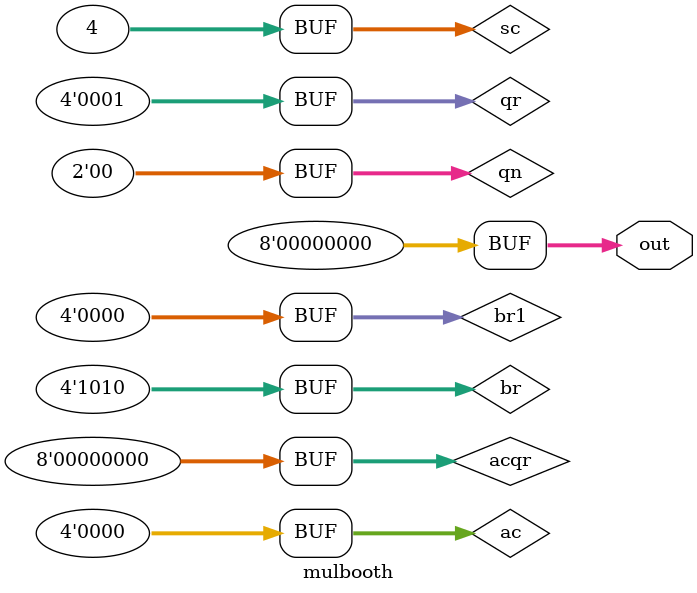
<source format=v>
`timescale 1ns / 1ps

module mulbooth(
    out
    );
    output[7:0] out;
    reg[3:0] ac=0;
    reg[3:0] qr=4'b1001;
    reg[3:0] br=4'b1010;
    reg[3:0] br1=0;
    reg[7:0] acqr=0;
    reg [1:0] qn=0;
    integer sc=0;
    initial 
        begin
            br1[3:0] = ~br + 1'b1;
            qn[1:0]={qr[0],1'b0};
            acqr[7:0]={ac[3:0],qr[3:0]};
            for(sc=0 ; sc<4 ; sc=sc+1) begin
                if(qn==2)begin
                    acqr[7:4]=acqr[7:4]+br1[3:0];
                end
                else if(qn==1)begin
                    acqr[7:4]=acqr[7:4]+br[3:0];
                end
                qn[1:0]=acqr[1:0];
                acqr[7:0]={acqr[7],acqr[7:1]};  
            end
            if(acqr[7]>0)begin
                acqr=~acqr+1'b1;
            end
        end
    assign out=acqr;
endmodule


/*
module mulbooth(
    out
    );
    output[9:0] out;
    reg[4:0] ac=0;
    reg[4:0] qr=5'b10011;
    reg[4:0] br=5'b10111;
    reg[4:0] br1=0;
    reg[9:0] acqr=0;
    reg [1:0] qn=0;
    integer sc=0;
    initial 
        begin
            br1[4:0] = ~br + 1'b1;
            qn[1:0]={qr[0],1'b0};
            acqr[9:0]={ac[4:0],qr[4:0]};
            for(sc=0 ; sc<5 ; sc=sc+1) begin
                if(qn==2)begin
                    acqr[9:5]=acqr[9:5]+br1[4:0];
                end
                else if(qn==1)begin
                    acqr[9:5]=acqr[9:5]+br[4:0];
                end
                qn[1:0]=acqr[1:0];
                acqr[9:0]={acqr[9],acqr[9:1]};  
            end
            if(acqr[9]>0)begin
                acqr=~acqr+1'b1;
            end
        end
    assign out=acqr;
endmodule
*/
</source>
